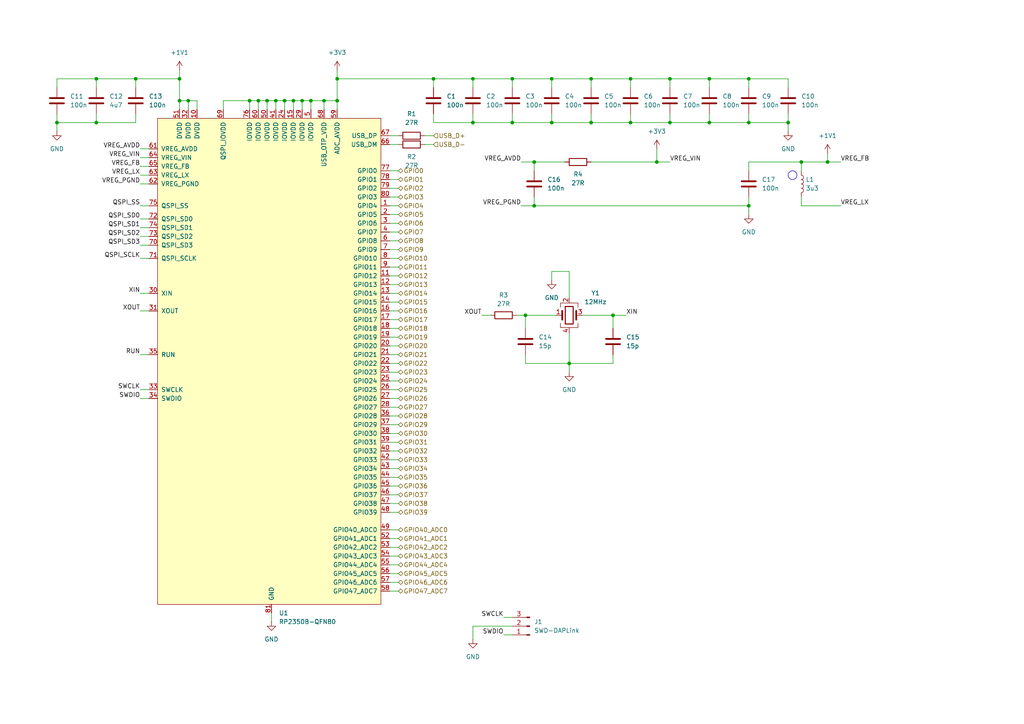
<source format=kicad_sch>
(kicad_sch (version 20250114) (generator "eeschema") (generator_version "9.0")
  (paper "A4")
  (title_block (rev "Rev.1"))
  (lib_symbols
    (symbol "Connector:Conn_01x03_Pin" (pin_names (offset 1.016) (hide yes))
      (property "Reference" "J" (at 0 5.08 0))
      (property "Value" "Conn_01x03_Pin" (at 0 -5.08 0))
      (symbol "Conn_01x03_Pin_1_1"
        (rectangle (start 0.8636 2.667) (end 0 2.413) (stroke (width 0.1524)) (fill (type outline)))
        (rectangle (start 0.8636 0.127) (end 0 -0.127) (stroke (width 0.1524)) (fill (type outline)))
        (rectangle (start 0.8636 -2.413) (end 0 -2.667) (stroke (width 0.1524)) (fill (type outline)))
        (polyline (pts (xy 1.27 2.54) (xy 0.8636 2.54)) (stroke (width 0.1524)))
        (polyline (pts (xy 1.27 0) (xy 0.8636 0)) (stroke (width 0.1524)))
        (polyline (pts (xy 1.27 -2.54) (xy 0.8636 -2.54)) (stroke (width 0.1524)))
        (pin passive line (at 5.08 2.54 180) (length 3.81) (name "Pin_1") (number "1"))
        (pin passive line (at 5.08 0 180) (length 3.81) (name "Pin_2") (number "2"))
        (pin passive line (at 5.08 -2.54 180) (length 3.81) (name "Pin_3") (number "3"))
      )
    )
    (symbol "Device:C" (pin_numbers (hide yes)) (pin_names (offset 0.254))
      (property "Reference" "C" (at 0.635 2.54 0))
      (property "Value" "C" (at 0.635 -2.54 0))
      (symbol "C_0_1"
        (polyline (pts (xy -2.032 0.762) (xy 2.032 0.762)) (stroke (width 0.508)))
        (polyline (pts (xy -2.032 -0.762) (xy 2.032 -0.762)) (stroke (width 0.508)))
      )
      (symbol "C_1_1"
        (pin passive line (at 0 3.81 270) (length 2.794) (name "~") (number "1"))
        (pin passive line (at 0 -3.81 90) (length 2.794) (name "~") (number "2"))
      )
    )
    (symbol "Device:Crystal_GND24" (pin_names (offset 1.016) (hide yes))
      (property "Reference" "Y" (at 3.175 5.08 0))
      (property "Value" "Crystal_GND24" (at 3.175 3.175 0))
      (symbol "Crystal_GND24_0_1"
        (polyline (pts (xy -2.54 2.286) (xy -2.54 3.556) (xy 2.54 3.556) (xy 2.54 2.286)))
        (polyline (pts (xy -2.54 0) (xy -2.032 0)))
        (polyline (pts (xy -2.54 -2.286) (xy -2.54 -3.556) (xy 2.54 -3.556) (xy 2.54 -2.286)))
        (polyline (pts (xy -2.032 -1.27) (xy -2.032 1.27)) (stroke (width 0.508)))
        (rectangle (start -1.143 2.54) (end 1.143 -2.54) (stroke (width 0.3048)))
        (polyline (pts (xy 0 3.556) (xy 0 3.81)))
        (polyline (pts (xy 0 -3.81) (xy 0 -3.556)))
        (polyline (pts (xy 2.032 0) (xy 2.54 0)))
        (polyline (pts (xy 2.032 -1.27) (xy 2.032 1.27)) (stroke (width 0.508)))
      )
      (symbol "Crystal_GND24_1_1"
        (pin passive line (at -3.81 0 0) (length 1.27) (name "1") (number "1"))
        (pin passive line (at 0 5.08 270) (length 1.27) (name "2") (number "2"))
        (pin passive line (at 0 -5.08 90) (length 1.27) (name "4") (number "4"))
        (pin passive line (at 3.81 0 180) (length 1.27) (name "3") (number "3"))
      )
    )
    (symbol "Device:L" (pin_numbers (hide yes)) (pin_names (offset 1.016) (hide yes))
      (property "Reference" "L" (at -1.27 0 90))
      (property "Value" "L" (at 1.905 0 90))
      (symbol "L_0_1"
        (arc (start 0 2.54) (mid 0.6323 1.905) (end 0 1.27))
        (arc (start 0 1.27) (mid 0.6323 0.635) (end 0 0))
        (arc (start 0 0) (mid 0.6323 -0.635) (end 0 -1.27))
        (arc (start 0 -1.27) (mid 0.6323 -1.905) (end 0 -2.54))
      )
      (symbol "L_1_1"
        (pin passive line (at 0 3.81 270) (length 1.27) (name "1") (number "1"))
        (pin passive line (at 0 -3.81 90) (length 1.27) (name "2") (number "2"))
      )
    )
    (symbol "Device:R" (pin_numbers (hide yes)) (pin_names (offset 0))
      (property "Reference" "R" (at 2.032 0 90))
      (property "Value" "R" (at 0 0 90))
      (symbol "R_0_1"
        (rectangle (start -1.016 -2.54) (end 1.016 2.54) (stroke (width 0.254)))
      )
      (symbol "R_1_1"
        (pin passive line (at 0 3.81 270) (length 1.27) (name "~") (number "1"))
        (pin passive line (at 0 -3.81 90) (length 1.27) (name "~") (number "2"))
      )
    )
    (symbol "REGI:RP2350B-QFN80" (pin_names (offset 1.016))
      (property "Reference" "U" (at 0 -1.27 0))
      (property "Value" "RP2350B-QFN80" (at 0 1.27 0))
      (symbol "RP2350B-QFN80_1_0"
        (pin passive line (at 0 -77.47 90) (length 2.54) (name "GND") (number "81"))
      )
      (symbol "RP2350B-QFN80_1_1"
        (rectangle (start -33.02 66.04) (end 31.75 -74.93) (fill (type background)))
        (pin power_in line (at -35.56 57.15 0) (length 2.54) (name "VREG_AVDD") (number "61"))
        (pin power_in line (at -35.56 54.61 0) (length 2.54) (name "VREG_VIN") (number "64"))
        (pin power_in line (at -35.56 52.07 0) (length 2.54) (name "VREG_FB") (number "65"))
        (pin power_out line (at -35.56 49.53 0) (length 2.54) (name "VREG_LX") (number "63"))
        (pin passive line (at -35.56 46.99 0) (length 2.54) (name "VREG_PGND") (number "62"))
        (pin bidirectional line (at -35.56 40.64 0) (length 2.54) (name "QSPI_SS") (number "75"))
        (pin bidirectional line (at -35.56 36.83 0) (length 2.54) (name "QSPI_SD0") (number "72"))
        (pin bidirectional line (at -35.56 34.29 0) (length 2.54) (name "QSPI_SD1") (number "74"))
        (pin bidirectional line (at -35.56 31.75 0) (length 2.54) (name "QSPI_SD2") (number "73"))
        (pin bidirectional line (at -35.56 29.21 0) (length 2.54) (name "QSPI_SD3") (number "70"))
        (pin bidirectional line (at -35.56 25.4 0) (length 2.54) (name "QSPI_SCLK") (number "71"))
        (pin input line (at -35.56 15.24 0) (length 2.54) (name "XIN") (number "30"))
        (pin output line (at -35.56 10.16 0) (length 2.54) (name "XOUT") (number "31"))
        (pin input line (at -35.56 -2.54 0) (length 2.54) (name "RUN") (number "35"))
        (pin bidirectional line (at -35.56 -12.7 0) (length 2.54) (name "SWCLK") (number "33"))
        (pin bidirectional line (at -35.56 -15.24 0) (length 2.54) (name "SWDIO") (number "34"))
        (pin power_in line (at -26.67 68.58 270) (length 2.54) (name "DVDD") (number "51"))
        (pin power_in line (at -24.13 68.58 270) (length 2.54) (name "DVDD") (number "32"))
        (pin power_in line (at -21.59 68.58 270) (length 2.54) (name "DVDD") (number "10"))
        (pin bidirectional line (at -13.97 68.58 270) (length 2.54) (name "QSPI_IOVDD") (number "69"))
        (pin power_in line (at -6.35 68.58 270) (length 2.54) (name "IOVDD") (number "76"))
        (pin power_in line (at -3.81 68.58 270) (length 2.54) (name "IOVDD") (number "60"))
        (pin power_in line (at -1.27 68.58 270) (length 2.54) (name "IOVDD") (number "50"))
        (pin power_in line (at 1.27 68.58 270) (length 2.54) (name "IOVDD") (number "41"))
        (pin power_in line (at 3.81 68.58 270) (length 2.54) (name "IOVDD") (number "24"))
        (pin power_in line (at 6.35 68.58 270) (length 2.54) (name "IOVDD") (number "15"))
        (pin power_in line (at 8.89 68.58 270) (length 2.54) (name "IOVDD") (number "29"))
        (pin power_in line (at 11.43 68.58 270) (length 2.54) (name "IOVDD") (number "5"))
        (pin power_in line (at 15.24 68.58 270) (length 2.54) (name "USB_OTP_VDD") (number "68"))
        (pin power_in line (at 19.05 68.58 270) (length 2.54) (name "ADC_AVDD") (number "59"))
        (pin bidirectional line (at 34.29 60.96 180) (length 2.54) (name "USB_DP") (number "67"))
        (pin bidirectional line (at 34.29 58.42 180) (length 2.54) (name "USB_DM") (number "66"))
        (pin bidirectional line (at 34.29 50.8 180) (length 2.54) (name "GPIO0") (number "77"))
        (pin bidirectional line (at 34.29 48.26 180) (length 2.54) (name "GPIO1") (number "78"))
        (pin bidirectional line (at 34.29 45.72 180) (length 2.54) (name "GPIO2") (number "79"))
        (pin bidirectional line (at 34.29 43.18 180) (length 2.54) (name "GPIO3") (number "80"))
        (pin bidirectional line (at 34.29 40.64 180) (length 2.54) (name "GPIO4") (number "1"))
        (pin bidirectional line (at 34.29 38.1 180) (length 2.54) (name "GPIO5") (number "2"))
        (pin bidirectional line (at 34.29 35.56 180) (length 2.54) (name "GPIO6") (number "3"))
        (pin bidirectional line (at 34.29 33.02 180) (length 2.54) (name "GPIO7") (number "4"))
        (pin bidirectional line (at 34.29 30.48 180) (length 2.54) (name "GPIO8") (number "6"))
        (pin bidirectional line (at 34.29 27.94 180) (length 2.54) (name "GPIO9") (number "7"))
        (pin bidirectional line (at 34.29 25.4 180) (length 2.54) (name "GPIO10") (number "8"))
        (pin bidirectional line (at 34.29 22.86 180) (length 2.54) (name "GPIO11") (number "9"))
        (pin bidirectional line (at 34.29 20.32 180) (length 2.54) (name "GPIO12") (number "11"))
        (pin bidirectional line (at 34.29 17.78 180) (length 2.54) (name "GPIO13") (number "12"))
        (pin bidirectional line (at 34.29 15.24 180) (length 2.54) (name "GPIO14") (number "13"))
        (pin bidirectional line (at 34.29 12.7 180) (length 2.54) (name "GPIO15") (number "14"))
        (pin bidirectional line (at 34.29 10.16 180) (length 2.54) (name "GPIO16") (number "16"))
        (pin bidirectional line (at 34.29 7.62 180) (length 2.54) (name "GPIO17") (number "17"))
        (pin bidirectional line (at 34.29 5.08 180) (length 2.54) (name "GPIO18") (number "18"))
        (pin bidirectional line (at 34.29 2.54 180) (length 2.54) (name "GPIO19") (number "19"))
        (pin bidirectional line (at 34.29 0 180) (length 2.54) (name "GPIO20") (number "20"))
        (pin bidirectional line (at 34.29 -2.54 180) (length 2.54) (name "GPIO21") (number "21"))
        (pin bidirectional line (at 34.29 -5.08 180) (length 2.54) (name "GPIO22") (number "22"))
        (pin bidirectional line (at 34.29 -7.62 180) (length 2.54) (name "GPIO23") (number "23"))
        (pin bidirectional line (at 34.29 -10.16 180) (length 2.54) (name "GPIO24") (number "25"))
        (pin bidirectional line (at 34.29 -12.7 180) (length 2.54) (name "GPIO25") (number "26"))
        (pin bidirectional line (at 34.29 -15.24 180) (length 2.54) (name "GPIO26") (number "27"))
        (pin bidirectional line (at 34.29 -17.78 180) (length 2.54) (name "GPIO27") (number "28"))
        (pin bidirectional line (at 34.29 -20.32 180) (length 2.54) (name "GPIO28") (number "36"))
        (pin bidirectional line (at 34.29 -22.86 180) (length 2.54) (name "GPIO29") (number "37"))
        (pin bidirectional line (at 34.29 -25.4 180) (length 2.54) (name "GPIO30") (number "38"))
        (pin bidirectional line (at 34.29 -27.94 180) (length 2.54) (name "GPIO31") (number "39"))
        (pin bidirectional line (at 34.29 -30.48 180) (length 2.54) (name "GPIO32") (number "40"))
        (pin bidirectional line (at 34.29 -33.02 180) (length 2.54) (name "GPIO33") (number "42"))
        (pin bidirectional line (at 34.29 -35.56 180) (length 2.54) (name "GPIO34") (number "43"))
        (pin bidirectional line (at 34.29 -38.1 180) (length 2.54) (name "GPIO35") (number "44"))
        (pin bidirectional line (at 34.29 -40.64 180) (length 2.54) (name "GPIO36") (number "45"))
        (pin bidirectional line (at 34.29 -43.18 180) (length 2.54) (name "GPIO37") (number "46"))
        (pin bidirectional line (at 34.29 -45.72 180) (length 2.54) (name "GPIO38") (number "47"))
        (pin bidirectional line (at 34.29 -48.26 180) (length 2.54) (name "GPIO39") (number "48"))
        (pin bidirectional line (at 34.29 -53.34 180) (length 2.54) (name "GPIO40_ADC0") (number "49"))
        (pin bidirectional line (at 34.29 -55.88 180) (length 2.54) (name "GPIO41_ADC1") (number "52"))
        (pin bidirectional line (at 34.29 -58.42 180) (length 2.54) (name "GPIO42_ADC2") (number "53"))
        (pin bidirectional line (at 34.29 -60.96 180) (length 2.54) (name "GPIO43_ADC3") (number "54"))
        (pin bidirectional line (at 34.29 -63.5 180) (length 2.54) (name "GPIO44_ADC4") (number "55"))
        (pin bidirectional line (at 34.29 -66.04 180) (length 2.54) (name "GPIO45_ADC5") (number "56"))
        (pin bidirectional line (at 34.29 -68.58 180) (length 2.54) (name "GPIO46_ADC6") (number "57"))
        (pin bidirectional line (at 34.29 -71.12 180) (length 2.54) (name "GPIO47_ADC7") (number "58"))
      )
    )
    (symbol "power:+1V1" (power) (pin_numbers (hide yes)) (pin_names (offset 0) (hide yes))
      (property "Value" "+1V1" (at 0 3.556 0))
      (symbol "+1V1_0_1"
        (polyline (pts (xy -0.762 1.27) (xy 0 2.54)))
        (polyline (pts (xy 0 2.54) (xy 0.762 1.27)))
        (polyline (pts (xy 0 0) (xy 0 2.54)))
      )
      (symbol "+1V1_1_1"
        (pin power_in line (at 0 0 90) (length 0) (name "~") (number "1"))
      )
    )
    (symbol "power:+3V3" (power) (pin_numbers (hide yes)) (pin_names (offset 0) (hide yes))
      (property "Value" "+3V3" (at 0 3.556 0))
      (symbol "+3V3_0_1"
        (polyline (pts (xy -0.762 1.27) (xy 0 2.54)))
        (polyline (pts (xy 0 2.54) (xy 0.762 1.27)))
        (polyline (pts (xy 0 0) (xy 0 2.54)))
      )
      (symbol "+3V3_1_1"
        (pin power_in line (at 0 0 90) (length 0) (name "~") (number "1"))
      )
    )
    (symbol "power:GND" (power) (pin_numbers (hide yes)) (pin_names (offset 0) (hide yes))
      (property "Value" "GND" (at 0 -3.81 0))
      (symbol "GND_0_1"
        (polyline (pts (xy 0 0) (xy 0 -1.27) (xy 1.27 -1.27) (xy 0 -2.54) (xy -1.27 -1.27) (xy 0 -1.27)))
      )
      (symbol "GND_1_1"
        (pin power_in line (at 0 0 270) (length 0) (name "~") (number "1"))
      )
    )
  )
  (circle (center 229.87 50.8) (radius 1.27) (fill (type color)))
  (junction (at 240.03 46.99))
  (junction (at 154.94 46.99))
  (junction (at 93.98 29.21))
  (junction (at 194.31 22.86))
  (junction (at 217.17 22.86))
  (junction (at 148.59 22.86))
  (junction (at 217.17 35.56))
  (junction (at 148.59 35.56))
  (junction (at 82.55 29.21))
  (junction (at 177.8 91.44))
  (junction (at 232.41 46.99))
  (junction (at 160.02 35.56))
  (junction (at 16.51 35.56))
  (junction (at 85.09 29.21))
  (junction (at 137.16 22.86))
  (junction (at 27.94 22.86))
  (junction (at 205.74 22.86))
  (junction (at 152.4 91.44))
  (junction (at 74.93 29.21))
  (junction (at 72.39 29.21))
  (junction (at 137.16 35.56))
  (junction (at 97.79 29.21))
  (junction (at 217.17 59.69))
  (junction (at 90.17 29.21))
  (junction (at 171.45 35.56))
  (junction (at 194.31 35.56))
  (junction (at 125.73 22.86))
  (junction (at 77.47 29.21))
  (junction (at 171.45 22.86))
  (junction (at 190.5 46.99))
  (junction (at 87.63 29.21))
  (junction (at 154.94 59.69))
  (junction (at 160.02 22.86))
  (junction (at 54.61 29.21))
  (junction (at 182.88 22.86))
  (junction (at 205.74 35.56))
  (junction (at 97.79 22.86))
  (junction (at 228.6 35.56))
  (junction (at 182.88 35.56))
  (junction (at 52.07 29.21))
  (junction (at 27.94 35.56))
  (junction (at 165.1 105.41))
  (junction (at 80.01 29.21))
  (junction (at 39.37 22.86))
  (junction (at 52.07 22.86))
  (wire (pts (xy 115.57 123.19) (xy 113.03 123.19)))
  (wire (pts (xy 160.02 33.02) (xy 160.02 35.56)))
  (wire (pts (xy 78.74 177.8) (xy 78.74 180.34)))
  (wire (pts (xy 137.16 22.86) (xy 148.59 22.86)))
  (wire (pts (xy 52.07 29.21) (xy 54.61 29.21)))
  (wire (pts (xy 115.57 128.27) (xy 113.03 128.27)))
  (wire (pts (xy 182.88 33.02) (xy 182.88 35.56)))
  (wire (pts (xy 90.17 29.21) (xy 87.63 29.21)))
  (wire (pts (xy 137.16 22.86) (xy 137.16 25.4)))
  (wire (pts (xy 64.77 31.75) (xy 64.77 29.21)))
  (wire (pts (xy 27.94 22.86) (xy 27.94 25.4)))
  (wire (pts (xy 182.88 22.86) (xy 182.88 25.4)))
  (wire (pts (xy 115.57 113.03) (xy 113.03 113.03)))
  (wire (pts (xy 137.16 181.61) (xy 148.59 181.61)))
  (wire (pts (xy 27.94 35.56) (xy 39.37 35.56)))
  (wire (pts (xy 85.09 29.21) (xy 82.55 29.21)))
  (wire (pts (xy 115.57 77.47) (xy 113.03 77.47)))
  (wire (pts (xy 54.61 29.21) (xy 54.61 31.75)))
  (wire (pts (xy 115.57 74.93) (xy 113.03 74.93)))
  (wire (pts (xy 113.03 39.37) (xy 115.57 39.37)))
  (wire (pts (xy 115.57 64.77) (xy 113.03 64.77)))
  (wire (pts (xy 228.6 22.86) (xy 228.6 25.4)))
  (wire (pts (xy 217.17 62.23) (xy 217.17 59.69)))
  (wire (pts (xy 40.64 115.57) (xy 43.18 115.57)))
  (wire (pts (xy 154.94 57.15) (xy 154.94 59.69)))
  (wire (pts (xy 115.57 95.25) (xy 113.03 95.25)))
  (wire (pts (xy 228.6 33.02) (xy 228.6 35.56)))
  (wire (pts (xy 154.94 49.53) (xy 154.94 46.99)))
  (wire (pts (xy 80.01 29.21) (xy 82.55 29.21)))
  (wire (pts (xy 27.94 33.02) (xy 27.94 35.56)))
  (wire (pts (xy 115.57 133.35) (xy 113.03 133.35)))
  (wire (pts (xy 40.64 63.5) (xy 43.18 63.5)))
  (wire (pts (xy 217.17 46.99) (xy 232.41 46.99)))
  (wire (pts (xy 115.57 102.87) (xy 113.03 102.87)))
  (wire (pts (xy 137.16 35.56) (xy 148.59 35.56)))
  (wire (pts (xy 146.05 184.15) (xy 148.59 184.15)))
  (wire (pts (xy 190.5 43.18) (xy 190.5 46.99)))
  (wire (pts (xy 27.94 22.86) (xy 39.37 22.86)))
  (wire (pts (xy 97.79 29.21) (xy 93.98 29.21)))
  (wire (pts (xy 194.31 22.86) (xy 205.74 22.86)))
  (wire (pts (xy 93.98 29.21) (xy 93.98 31.75)))
  (wire (pts (xy 40.64 71.12) (xy 43.18 71.12)))
  (wire (pts (xy 149.86 91.44) (xy 152.4 91.44)))
  (wire (pts (xy 97.79 20.32) (xy 97.79 22.86)))
  (wire (pts (xy 40.64 50.8) (xy 43.18 50.8)))
  (wire (pts (xy 115.57 87.63) (xy 113.03 87.63)))
  (wire (pts (xy 77.47 29.21) (xy 74.93 29.21)))
  (wire (pts (xy 115.57 54.61) (xy 113.03 54.61)))
  (wire (pts (xy 115.57 57.15) (xy 113.03 57.15)))
  (wire (pts (xy 39.37 22.86) (xy 39.37 25.4)))
  (wire (pts (xy 115.57 80.01) (xy 113.03 80.01)))
  (wire (pts (xy 190.5 46.99) (xy 171.45 46.99)))
  (wire (pts (xy 115.57 82.55) (xy 113.03 82.55)))
  (wire (pts (xy 148.59 22.86) (xy 160.02 22.86)))
  (wire (pts (xy 152.4 102.87) (xy 152.4 105.41)))
  (wire (pts (xy 182.88 35.56) (xy 194.31 35.56)))
  (wire (pts (xy 40.64 102.87) (xy 43.18 102.87)))
  (wire (pts (xy 115.57 90.17) (xy 113.03 90.17)))
  (wire (pts (xy 16.51 35.56) (xy 27.94 35.56)))
  (wire (pts (xy 243.84 59.69) (xy 232.41 59.69)))
  (wire (pts (xy 154.94 59.69) (xy 217.17 59.69)))
  (wire (pts (xy 39.37 33.02) (xy 39.37 35.56)))
  (wire (pts (xy 115.57 67.31) (xy 113.03 67.31)))
  (wire (pts (xy 160.02 25.4) (xy 160.02 22.86)))
  (wire (pts (xy 165.1 96.52) (xy 165.1 105.41)))
  (wire (pts (xy 97.79 29.21) (xy 97.79 31.75)))
  (wire (pts (xy 115.57 130.81) (xy 113.03 130.81)))
  (wire (pts (xy 40.64 59.69) (xy 43.18 59.69)))
  (wire (pts (xy 115.57 158.75) (xy 113.03 158.75)))
  (wire (pts (xy 115.57 92.71) (xy 113.03 92.71)))
  (wire (pts (xy 74.93 31.75) (xy 74.93 29.21)))
  (wire (pts (xy 171.45 35.56) (xy 182.88 35.56)))
  (wire (pts (xy 151.13 46.99) (xy 154.94 46.99)))
  (wire (pts (xy 228.6 38.1) (xy 228.6 35.56)))
  (wire (pts (xy 115.57 107.95) (xy 113.03 107.95)))
  (wire (pts (xy 115.57 171.45) (xy 113.03 171.45)))
  (wire (pts (xy 115.57 72.39) (xy 113.03 72.39)))
  (wire (pts (xy 40.64 43.18) (xy 43.18 43.18)))
  (wire (pts (xy 151.13 59.69) (xy 154.94 59.69)))
  (wire (pts (xy 115.57 146.05) (xy 113.03 146.05)))
  (wire (pts (xy 115.57 143.51) (xy 113.03 143.51)))
  (wire (pts (xy 194.31 33.02) (xy 194.31 35.56)))
  (wire (pts (xy 171.45 33.02) (xy 171.45 35.56)))
  (wire (pts (xy 115.57 110.49) (xy 113.03 110.49)))
  (wire (pts (xy 125.73 39.37) (xy 123.19 39.37)))
  (wire (pts (xy 82.55 29.21) (xy 82.55 31.75)))
  (wire (pts (xy 177.8 91.44) (xy 181.61 91.44)))
  (wire (pts (xy 125.73 22.86) (xy 125.73 25.4)))
  (wire (pts (xy 93.98 29.21) (xy 90.17 29.21)))
  (wire (pts (xy 115.57 97.79) (xy 113.03 97.79)))
  (wire (pts (xy 115.57 59.69) (xy 113.03 59.69)))
  (wire (pts (xy 40.64 113.03) (xy 43.18 113.03)))
  (wire (pts (xy 115.57 148.59) (xy 113.03 148.59)))
  (wire (pts (xy 217.17 57.15) (xy 217.17 59.69)))
  (wire (pts (xy 194.31 35.56) (xy 205.74 35.56)))
  (wire (pts (xy 52.07 20.32) (xy 52.07 22.86)))
  (wire (pts (xy 168.91 91.44) (xy 177.8 91.44)))
  (wire (pts (xy 123.19 41.91) (xy 125.73 41.91)))
  (wire (pts (xy 115.57 138.43) (xy 113.03 138.43)))
  (wire (pts (xy 182.88 22.86) (xy 194.31 22.86)))
  (wire (pts (xy 115.57 120.65) (xy 113.03 120.65)))
  (wire (pts (xy 74.93 29.21) (xy 72.39 29.21)))
  (wire (pts (xy 57.15 31.75) (xy 57.15 29.21)))
  (wire (pts (xy 115.57 135.89) (xy 113.03 135.89)))
  (wire (pts (xy 90.17 29.21) (xy 90.17 31.75)))
  (wire (pts (xy 16.51 33.02) (xy 16.51 35.56)))
  (wire (pts (xy 40.64 68.58) (xy 43.18 68.58)))
  (wire (pts (xy 148.59 33.02) (xy 148.59 35.56)))
  (wire (pts (xy 113.03 41.91) (xy 115.57 41.91)))
  (wire (pts (xy 125.73 22.86) (xy 137.16 22.86)))
  (wire (pts (xy 139.7 91.44) (xy 142.24 91.44)))
  (wire (pts (xy 80.01 29.21) (xy 77.47 29.21)))
  (wire (pts (xy 40.64 53.34) (xy 43.18 53.34)))
  (wire (pts (xy 125.73 35.56) (xy 137.16 35.56)))
  (wire (pts (xy 137.16 185.42) (xy 137.16 181.61)))
  (wire (pts (xy 152.4 95.25) (xy 152.4 91.44)))
  (wire (pts (xy 115.57 140.97) (xy 113.03 140.97)))
  (wire (pts (xy 54.61 29.21) (xy 57.15 29.21)))
  (wire (pts (xy 165.1 105.41) (xy 177.8 105.41)))
  (wire (pts (xy 171.45 22.86) (xy 182.88 22.86)))
  (wire (pts (xy 52.07 29.21) (xy 52.07 31.75)))
  (wire (pts (xy 115.57 125.73) (xy 113.03 125.73)))
  (wire (pts (xy 115.57 115.57) (xy 113.03 115.57)))
  (wire (pts (xy 217.17 35.56) (xy 228.6 35.56)))
  (wire (pts (xy 148.59 25.4) (xy 148.59 22.86)))
  (wire (pts (xy 115.57 118.11) (xy 113.03 118.11)))
  (wire (pts (xy 40.64 85.09) (xy 43.18 85.09)))
  (wire (pts (xy 40.64 74.93) (xy 43.18 74.93)))
  (wire (pts (xy 240.03 44.45) (xy 240.03 46.99)))
  (wire (pts (xy 165.1 105.41) (xy 165.1 107.95)))
  (wire (pts (xy 217.17 49.53) (xy 217.17 46.99)))
  (wire (pts (xy 240.03 46.99) (xy 243.84 46.99)))
  (wire (pts (xy 160.02 22.86) (xy 171.45 22.86)))
  (wire (pts (xy 217.17 22.86) (xy 228.6 22.86)))
  (wire (pts (xy 39.37 22.86) (xy 52.07 22.86)))
  (wire (pts (xy 97.79 22.86) (xy 97.79 29.21)))
  (wire (pts (xy 160.02 78.74) (xy 160.02 81.28)))
  (wire (pts (xy 115.57 166.37) (xy 113.03 166.37)))
  (wire (pts (xy 115.57 168.91) (xy 113.03 168.91)))
  (wire (pts (xy 115.57 105.41) (xy 113.03 105.41)))
  (wire (pts (xy 152.4 105.41) (xy 165.1 105.41)))
  (wire (pts (xy 87.63 29.21) (xy 85.09 29.21)))
  (wire (pts (xy 205.74 25.4) (xy 205.74 22.86)))
  (wire (pts (xy 16.51 25.4) (xy 16.51 22.86)))
  (wire (pts (xy 77.47 29.21) (xy 77.47 31.75)))
  (wire (pts (xy 177.8 102.87) (xy 177.8 105.41)))
  (wire (pts (xy 232.41 46.99) (xy 240.03 46.99)))
  (wire (pts (xy 171.45 22.86) (xy 171.45 25.4)))
  (wire (pts (xy 64.77 29.21) (xy 72.39 29.21)))
  (wire (pts (xy 125.73 33.02) (xy 125.73 35.56)))
  (wire (pts (xy 137.16 33.02) (xy 137.16 35.56)))
  (wire (pts (xy 40.64 45.72) (xy 43.18 45.72)))
  (wire (pts (xy 217.17 22.86) (xy 217.17 25.4)))
  (wire (pts (xy 115.57 100.33) (xy 113.03 100.33)))
  (wire (pts (xy 177.8 95.25) (xy 177.8 91.44)))
  (wire (pts (xy 190.5 46.99) (xy 194.31 46.99)))
  (wire (pts (xy 115.57 69.85) (xy 113.03 69.85)))
  (wire (pts (xy 160.02 35.56) (xy 171.45 35.56)))
  (wire (pts (xy 40.64 90.17) (xy 43.18 90.17)))
  (wire (pts (xy 194.31 25.4) (xy 194.31 22.86)))
  (wire (pts (xy 72.39 29.21) (xy 72.39 31.75)))
  (wire (pts (xy 232.41 57.15) (xy 232.41 59.69)))
  (wire (pts (xy 16.51 38.1) (xy 16.51 35.56)))
  (wire (pts (xy 205.74 35.56) (xy 217.17 35.56)))
  (wire (pts (xy 85.09 31.75) (xy 85.09 29.21)))
  (wire (pts (xy 115.57 85.09) (xy 113.03 85.09)))
  (wire (pts (xy 152.4 91.44) (xy 161.29 91.44)))
  (wire (pts (xy 115.57 153.67) (xy 113.03 153.67)))
  (wire (pts (xy 154.94 46.99) (xy 163.83 46.99)))
  (wire (pts (xy 115.57 163.83) (xy 113.03 163.83)))
  (wire (pts (xy 125.73 22.86) (xy 97.79 22.86)))
  (wire (pts (xy 232.41 49.53) (xy 232.41 46.99)))
  (wire (pts (xy 40.64 48.26) (xy 43.18 48.26)))
  (wire (pts (xy 217.17 33.02) (xy 217.17 35.56)))
  (wire (pts (xy 146.05 179.07) (xy 148.59 179.07)))
  (wire (pts (xy 115.57 62.23) (xy 113.03 62.23)))
  (wire (pts (xy 148.59 35.56) (xy 160.02 35.56)))
  (wire (pts (xy 16.51 22.86) (xy 27.94 22.86)))
  (wire (pts (xy 40.64 66.04) (xy 43.18 66.04)))
  (wire (pts (xy 115.57 49.53) (xy 113.03 49.53)))
  (wire (pts (xy 160.02 78.74) (xy 165.1 78.74)))
  (wire (pts (xy 165.1 78.74) (xy 165.1 86.36)))
  (wire (pts (xy 115.57 156.21) (xy 113.03 156.21)))
  (wire (pts (xy 205.74 33.02) (xy 205.74 35.56)))
  (wire (pts (xy 52.07 22.86) (xy 52.07 29.21)))
  (wire (pts (xy 87.63 29.21) (xy 87.63 31.75)))
  (wire (pts (xy 80.01 29.21) (xy 80.01 31.75)))
  (wire (pts (xy 205.74 22.86) (xy 217.17 22.86)))
  (wire (pts (xy 115.57 52.07) (xy 113.03 52.07)))
  (wire (pts (xy 115.57 161.29) (xy 113.03 161.29)))
  (label "VREG_LX" (at 40.64 50.8 180))
  (label "VREG_FB" (at 40.64 48.26 180))
  (label "SWDIO" (at 146.05 184.15 180))
  (label "SWCLK" (at 40.64 113.03 180))
  (label "QSPI_SD3" (at 40.64 71.12 180))
  (label "SWCLK" (at 146.05 179.07 180))
  (label "XIN" (at 40.64 85.09 180))
  (label "QSPI_SD2" (at 40.64 68.58 180))
  (label "VREG_FB" (at 243.84 46.99 0))
  (label "RUN" (at 40.64 102.87 180))
  (label "QSPI_SCLK" (at 40.64 74.93 180))
  (label "QSPI_SD1" (at 40.64 66.04 180))
  (label "XOUT" (at 40.64 90.17 180))
  (label "VREG_AVDD" (at 40.64 43.18 180))
  (label "VREG_PGND" (at 151.13 59.69 180))
  (label "VREG_LX" (at 243.84 59.69 0))
  (label "VREG_PGND" (at 40.64 53.34 180))
  (label "VREG_VIN" (at 194.31 46.99 0))
  (label "XOUT" (at 139.7 91.44 180))
  (label "QSPI_SD0" (at 40.64 63.5 180))
  (label "VREG_AVDD" (at 151.13 46.99 180))
  (label "QSPI_SS" (at 40.64 59.69 180))
  (label "XIN" (at 181.61 91.44 0))
  (label "VREG_VIN" (at 40.64 45.72 180))
  (label "SWDIO" (at 40.64 115.57 180))
  (hierarchical_label "GPIO45_ADC5" (shape bidirectional) (at 115.57 166.37 0))
  (hierarchical_label "GPIO1" (shape bidirectional) (at 115.57 52.07 0))
  (hierarchical_label "GPIO42_ADC2" (shape bidirectional) (at 115.57 158.75 0))
  (hierarchical_label "GPIO0" (shape bidirectional) (at 115.57 49.53 0))
  (hierarchical_label "GPIO39" (shape bidirectional) (at 115.57 148.59 0))
  (hierarchical_label "GPIO11" (shape bidirectional) (at 115.57 77.47 0))
  (hierarchical_label "GPIO25" (shape bidirectional) (at 115.57 113.03 0))
  (hierarchical_label "GPIO7" (shape bidirectional) (at 115.57 67.31 0))
  (hierarchical_label "GPIO40_ADC0" (shape bidirectional) (at 115.57 153.67 0))
  (hierarchical_label "GPIO43_ADC3" (shape bidirectional) (at 115.57 161.29 0))
  (hierarchical_label "GPIO17" (shape bidirectional) (at 115.57 92.71 0))
  (hierarchical_label "GPIO5" (shape bidirectional) (at 115.57 62.23 0))
  (hierarchical_label "GPIO20" (shape bidirectional) (at 115.57 100.33 0))
  (hierarchical_label "GPIO28" (shape bidirectional) (at 115.57 120.65 0))
  (hierarchical_label "GPIO47_ADC7" (shape bidirectional) (at 115.57 171.45 0))
  (hierarchical_label "GPIO26" (shape bidirectional) (at 115.57 115.57 0))
  (hierarchical_label "GPIO27" (shape bidirectional) (at 115.57 118.11 0))
  (hierarchical_label "GPIO9" (shape bidirectional) (at 115.57 72.39 0))
  (hierarchical_label "GPIO3" (shape bidirectional) (at 115.57 57.15 0))
  (hierarchical_label "GPIO18" (shape bidirectional) (at 115.57 95.25 0))
  (hierarchical_label "GPIO30" (shape bidirectional) (at 115.57 125.73 0))
  (hierarchical_label "USB_D-" (shape input) (at 125.73 41.91 0))
  (hierarchical_label "GPIO32" (shape bidirectional) (at 115.57 130.81 0))
  (hierarchical_label "GPIO36" (shape bidirectional) (at 115.57 140.97 0))
  (hierarchical_label "GPIO46_ADC6" (shape bidirectional) (at 115.57 168.91 0))
  (hierarchical_label "GPIO19" (shape bidirectional) (at 115.57 97.79 0))
  (hierarchical_label "GPIO41_ADC1" (shape bidirectional) (at 115.57 156.21 0))
  (hierarchical_label "GPIO16" (shape bidirectional) (at 115.57 90.17 0))
  (hierarchical_label "GPIO44_ADC4" (shape bidirectional) (at 115.57 163.83 0))
  (hierarchical_label "GPIO33" (shape bidirectional) (at 115.57 133.35 0))
  (hierarchical_label "GPIO38" (shape bidirectional) (at 115.57 146.05 0))
  (hierarchical_label "GPIO10" (shape bidirectional) (at 115.57 74.93 0))
  (hierarchical_label "GPIO24" (shape bidirectional) (at 115.57 110.49 0))
  (hierarchical_label "GPIO37" (shape bidirectional) (at 115.57 143.51 0))
  (hierarchical_label "GPIO21" (shape bidirectional) (at 115.57 102.87 0))
  (hierarchical_label "GPIO6" (shape bidirectional) (at 115.57 64.77 0))
  (hierarchical_label "GPIO15" (shape bidirectional) (at 115.57 87.63 0))
  (hierarchical_label "GPIO29" (shape bidirectional) (at 115.57 123.19 0))
  (hierarchical_label "GPIO12" (shape bidirectional) (at 115.57 80.01 0))
  (hierarchical_label "GPIO23" (shape bidirectional) (at 115.57 107.95 0))
  (hierarchical_label "GPIO13" (shape bidirectional) (at 115.57 82.55 0))
  (hierarchical_label "GPIO22" (shape bidirectional) (at 115.57 105.41 0))
  (hierarchical_label "GPIO8" (shape bidirectional) (at 115.57 69.85 0))
  (hierarchical_label "GPIO34" (shape bidirectional) (at 115.57 135.89 0))
  (hierarchical_label "GPIO31" (shape bidirectional) (at 115.57 128.27 0))
  (hierarchical_label "GPIO14" (shape bidirectional) (at 115.57 85.09 0))
  (hierarchical_label "GPIO35" (shape bidirectional) (at 115.57 138.43 0))
  (hierarchical_label "GPIO2" (shape bidirectional) (at 115.57 54.61 0))
  (hierarchical_label "USB_D+" (shape input) (at 125.73 39.37 0))
  (hierarchical_label "GPIO4" (shape bidirectional) (at 115.57 59.69 0))
  (symbol (lib_id "Device:C") (at 205.74 29.21 0) (unit 1)
    (property "Reference" "C8" (at 209.55 27.9399 0) (effects (justify left)))
    (property "Value" "100n" (at 209.55 30.4799 0) (effects (justify left)))
    (property "Description" "Unpolarized capacitor" (effects (hide yes)))
  )
  (symbol (lib_id "Device:C") (at 148.59 29.21 0) (unit 1)
    (property "Reference" "C3" (at 152.4 27.9399 0) (effects (justify left)))
    (property "Value" "100n" (at 152.4 30.4799 0) (effects (justify left)))
    (property "Description" "Unpolarized capacitor" (effects (hide yes)))
  )
  (symbol (lib_id "Device:R") (at 119.38 39.37 90) (unit 1)
    (property "Reference" "R1" (at 119.38 33.02 90))
    (property "Value" "27R" (at 119.38 35.56 90))
    (property "Description" "Resistor" (effects (hide yes)))
  )
  (symbol (lib_id "power:+3V3") (at 190.5 43.18 0) (unit 1)
    (property "Reference" "#PWR09" (effects (hide yes)))
    (property "Value" "+3V3" (at 190.5 38.1 0))
    (property "Description" "Power symbol creates a global label with name \"+3V3\"" (effects (hide yes)))
  )
  (symbol (lib_id "Connector:Conn_01x03_Pin") (at 153.67 181.61 180) (unit 1)
    (property "Reference" "J1" (at 154.94 180.3399 0) (effects (justify right)))
    (property "Value" "SWD-DAPLink" (at 154.94 182.8799 0) (effects (justify right)))
    (property "Description" "Generic connector, single row, 01x03, script generated" (effects (hide yes)))
  )
  (symbol (lib_id "Device:L") (at 232.41 53.34 0) (unit 1)
    (property "Reference" "L1" (at 233.68 52.0699 0) (effects (justify left)))
    (property "Value" "3u3" (at 233.68 54.6099 0) (effects (justify left)))
    (property "Description" "Inductor" (effects (hide yes)))
  )
  (symbol (lib_id "Device:C") (at 160.02 29.21 0) (unit 1)
    (property "Reference" "C4" (at 163.83 27.9399 0) (effects (justify left)))
    (property "Value" "100n" (at 163.83 30.4799 0) (effects (justify left)))
    (property "Description" "Unpolarized capacitor" (effects (hide yes)))
  )
  (symbol (lib_id "Device:R") (at 167.64 46.99 270) (unit 1)
    (property "Reference" "R4" (at 167.64 50.546 90))
    (property "Value" "27R" (at 167.64 53.086 90))
    (property "Description" "Resistor" (effects (hide yes)))
  )
  (symbol (lib_id "Device:C") (at 217.17 53.34 0) (unit 1)
    (property "Reference" "C17" (at 220.98 52.0699 0) (effects (justify left)))
    (property "Value" "100n" (at 220.98 54.6099 0) (effects (justify left)))
    (property "Description" "Unpolarized capacitor" (effects (hide yes)))
  )
  (symbol (lib_id "Device:C") (at 154.94 53.34 0) (unit 1)
    (property "Reference" "C16" (at 158.75 52.0699 0) (effects (justify left)))
    (property "Value" "100n" (at 158.75 54.6099 0) (effects (justify left)))
    (property "Description" "Unpolarized capacitor" (effects (hide yes)))
  )
  (symbol (lib_id "power:+1V1") (at 240.03 44.45 0) (unit 1)
    (property "Reference" "#PWR011" (effects (hide yes)))
    (property "Value" "+1V1" (at 240.03 39.37 0))
    (property "Description" "Power symbol creates a global label with name \"+1V1\"" (effects (hide yes)))
  )
  (symbol (lib_id "Device:C") (at 152.4 99.06 0) (unit 1)
    (property "Reference" "C14" (at 156.21 97.7899 0) (effects (justify left)))
    (property "Value" "15p" (at 156.21 100.3299 0) (effects (justify left)))
    (property "Description" "Unpolarized capacitor" (effects (hide yes)))
  )
  (symbol (lib_id "power:GND") (at 228.6 38.1 0) (unit 1)
    (property "Reference" "#PWR02" (effects (hide yes)))
    (property "Value" "GND" (at 228.6 43.18 0))
    (property "Description" "Power symbol creates a global label with name \"GND\" , ground" (effects (hide yes)))
  )
  (symbol (lib_id "Device:Crystal_GND24") (at 165.1 91.44 0) (unit 1)
    (property "Reference" "Y1" (at 172.72 85.0198 0))
    (property "Value" "12MHz" (at 172.72 87.5598 0))
    (property "Description" "Four pin crystal, GND on pins 2 and 4" (effects (hide yes)))
  )
  (symbol (lib_id "Device:C") (at 228.6 29.21 0) (unit 1)
    (property "Reference" "C10" (at 232.41 27.9399 0) (effects (justify left)))
    (property "Value" "100n" (at 232.41 30.4799 0) (effects (justify left)))
    (property "Description" "Unpolarized capacitor" (effects (hide yes)))
  )
  (symbol (lib_id "Device:C") (at 177.8 99.06 0) (unit 1)
    (property "Reference" "C15" (at 181.61 97.7899 0) (effects (justify left)))
    (property "Value" "15p" (at 181.61 100.3299 0) (effects (justify left)))
    (property "Description" "Unpolarized capacitor" (effects (hide yes)))
  )
  (symbol (lib_id "power:GND") (at 217.17 62.23 0) (unit 1)
    (property "Reference" "#PWR012" (effects (hide yes)))
    (property "Value" "GND" (at 217.17 67.31 0))
    (property "Description" "Power symbol creates a global label with name \"GND\" , ground" (effects (hide yes)))
  )
  (symbol (lib_id "Device:R") (at 119.38 41.91 270) (unit 1)
    (property "Reference" "R2" (at 119.38 45.466 90))
    (property "Value" "27R" (at 119.38 48.006 90))
    (property "Description" "Resistor" (effects (hide yes)))
  )
  (symbol (lib_id "Device:R") (at 146.05 91.44 270) (unit 1)
    (property "Reference" "R3" (at 146.05 85.598 90))
    (property "Value" "27R" (at 146.05 88.138 90))
    (property "Description" "Resistor" (effects (hide yes)))
  )
  (symbol (lib_id "power:GND") (at 165.1 107.95 0) (unit 1)
    (property "Reference" "#PWR07" (effects (hide yes)))
    (property "Value" "GND" (at 165.1 113.03 0))
    (property "Description" "Power symbol creates a global label with name \"GND\" , ground" (effects (hide yes)))
  )
  (symbol (lib_id "power:GND") (at 160.02 81.28 0) (unit 1)
    (property "Reference" "#PWR08" (effects (hide yes)))
    (property "Value" "GND" (at 160.02 86.36 0))
    (property "Description" "Power symbol creates a global label with name \"GND\" , ground" (effects (hide yes)))
  )
  (symbol (lib_id "Device:C") (at 27.94 29.21 0) (unit 1)
    (property "Reference" "C12" (at 31.75 27.9399 0) (effects (justify left)))
    (property "Value" "4u7" (at 31.75 30.4799 0) (effects (justify left)))
    (property "Description" "Unpolarized capacitor" (effects (hide yes)))
  )
  (symbol (lib_id "Device:C") (at 217.17 29.21 0) (unit 1)
    (property "Reference" "C9" (at 220.98 27.9399 0) (effects (justify left)))
    (property "Value" "100n" (at 220.98 30.4799 0) (effects (justify left)))
    (property "Description" "Unpolarized capacitor" (effects (hide yes)))
  )
  (symbol (lib_id "REGI:RP2350B-QFN80") (at 78.74 100.33 0) (unit 1)
    (property "Reference" "U1" (at 80.8833 177.8 0) (effects (justify left)))
    (property "Value" "RP2350B-QFN80" (at 80.8833 180.34 0) (effects (justify left)))
    (property "Footprint" "REGI:RP2350B_QFN-80_EP_10.573x10.573_Pitch0.4mm" (effects (hide yes)))
  )
  (symbol (lib_id "power:GND") (at 137.16 185.42 0) (unit 1)
    (property "Reference" "#PWR06" (effects (hide yes)))
    (property "Value" "GND" (at 137.16 190.5 0))
    (property "Description" "Power symbol creates a global label with name \"GND\" , ground" (effects (hide yes)))
  )
  (symbol (lib_id "Device:C") (at 194.31 29.21 0) (unit 1)
    (property "Reference" "C7" (at 198.12 27.9399 0) (effects (justify left)))
    (property "Value" "100n" (at 198.12 30.4799 0) (effects (justify left)))
    (property "Description" "Unpolarized capacitor" (effects (hide yes)))
  )
  (symbol (lib_id "power:+1V1") (at 52.07 20.32 0) (unit 1)
    (property "Reference" "#PWR05" (effects (hide yes)))
    (property "Value" "+1V1" (at 52.07 15.24 0))
    (property "Description" "Power symbol creates a global label with name \"+1V1\"" (effects (hide yes)))
  )
  (symbol (lib_id "power:GND") (at 78.74 180.34 0) (unit 1)
    (property "Reference" "#PWR01" (effects (hide yes)))
    (property "Value" "GND" (at 78.74 185.42 0))
    (property "Description" "Power symbol creates a global label with name \"GND\" , ground" (effects (hide yes)))
  )
  (symbol (lib_id "Device:C") (at 39.37 29.21 0) (unit 1)
    (property "Reference" "C13" (at 43.18 27.9399 0) (effects (justify left)))
    (property "Value" "100n" (at 43.18 30.4799 0) (effects (justify left)))
    (property "Description" "Unpolarized capacitor" (effects (hide yes)))
  )
  (symbol (lib_id "Device:C") (at 182.88 29.21 0) (unit 1)
    (property "Reference" "C6" (at 186.69 27.9399 0) (effects (justify left)))
    (property "Value" "100n" (at 186.69 30.4799 0) (effects (justify left)))
    (property "Description" "Unpolarized capacitor" (effects (hide yes)))
  )
  (symbol (lib_id "Device:C") (at 16.51 29.21 0) (unit 1)
    (property "Reference" "C11" (at 20.32 27.9399 0) (effects (justify left)))
    (property "Value" "100n" (at 20.32 30.4799 0) (effects (justify left)))
    (property "Description" "Unpolarized capacitor" (effects (hide yes)))
  )
  (symbol (lib_id "Device:C") (at 137.16 29.21 0) (unit 1)
    (property "Reference" "C2" (at 140.97 27.9399 0) (effects (justify left)))
    (property "Value" "100n" (at 140.97 30.4799 0) (effects (justify left)))
    (property "Description" "Unpolarized capacitor" (effects (hide yes)))
  )
  (symbol (lib_id "power:GND") (at 16.51 38.1 0) (unit 1)
    (property "Reference" "#PWR04" (effects (hide yes)))
    (property "Value" "GND" (at 16.51 43.18 0))
    (property "Description" "Power symbol creates a global label with name \"GND\" , ground" (effects (hide yes)))
  )
  (symbol (lib_id "Device:C") (at 171.45 29.21 0) (unit 1)
    (property "Reference" "C5" (at 175.26 27.9399 0) (effects (justify left)))
    (property "Value" "100n" (at 175.26 30.4799 0) (effects (justify left)))
    (property "Description" "Unpolarized capacitor" (effects (hide yes)))
  )
  (symbol (lib_id "power:+3V3") (at 97.79 20.32 0) (unit 1)
    (property "Reference" "#PWR03" (effects (hide yes)))
    (property "Value" "+3V3" (at 97.79 15.24 0))
    (property "Description" "Power symbol creates a global label with name \"+3V3\"" (effects (hide yes)))
  )
  (symbol (lib_id "Device:C") (at 125.73 29.21 0) (unit 1)
    (property "Reference" "C1" (at 129.54 27.9399 0) (effects (justify left)))
    (property "Value" "100n" (at 129.54 30.4799 0) (effects (justify left)))
    (property "Description" "Unpolarized capacitor" (effects (hide yes)))
  )
)
</source>
